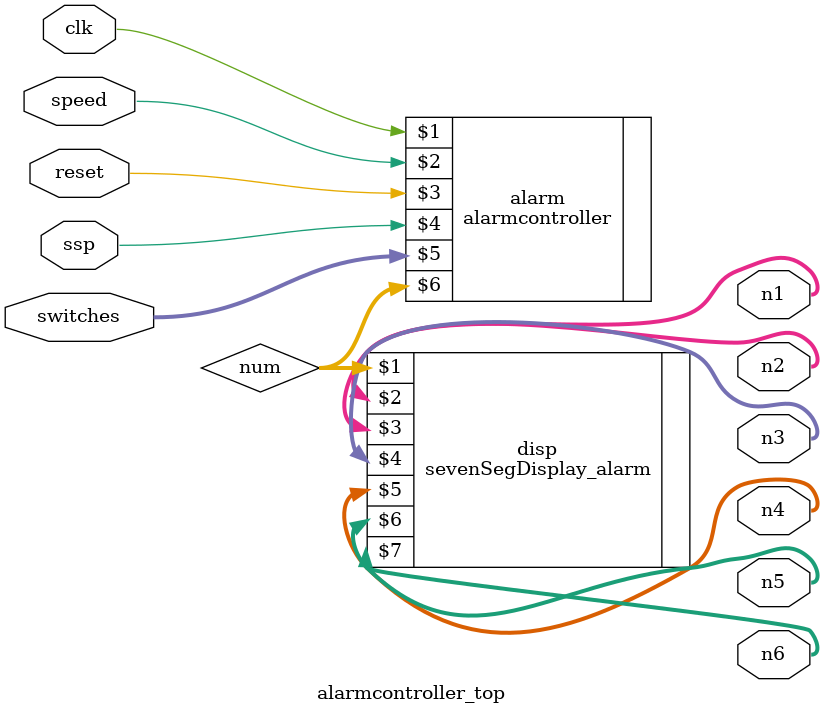
<source format=sv>
module alarmcontroller_top(
	input clk,
	input speed,
	input reset,
	input ssp,
	input [8:0] switches,
	output [7:0] n1,
	output [7:0] n2,
	output [7:0] n3,
	output [7:0] n4,
	output [7:0] n5,
	output [7:0] n6
);

	logic [19:0] num;
	
	alarmcontroller alarm(clk, speed, reset, ssp, switches, num);
	sevenSegDisplay_alarm disp(num, n1, n2, n3, n4, n5, n6);
	
	

endmodule
</source>
